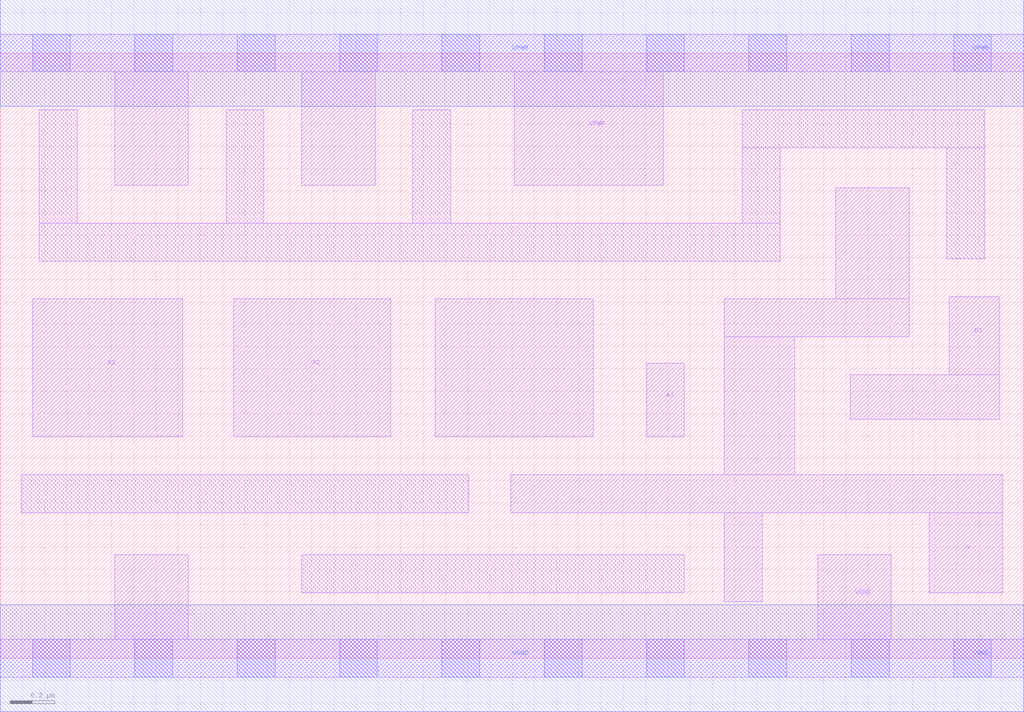
<source format=lef>
# Copyright 2020 The SkyWater PDK Authors
#
# Licensed under the Apache License, Version 2.0 (the "License");
# you may not use this file except in compliance with the License.
# You may obtain a copy of the License at
#
#     https://www.apache.org/licenses/LICENSE-2.0
#
# Unless required by applicable law or agreed to in writing, software
# distributed under the License is distributed on an "AS IS" BASIS,
# WITHOUT WARRANTIES OR CONDITIONS OF ANY KIND, either express or implied.
# See the License for the specific language governing permissions and
# limitations under the License.
#
# SPDX-License-Identifier: Apache-2.0

VERSION 5.7 ;
  NAMESCASESENSITIVE ON ;
  NOWIREEXTENSIONATPIN ON ;
  DIVIDERCHAR "/" ;
  BUSBITCHARS "[]" ;
UNITS
  DATABASE MICRONS 200 ;
END UNITS
MACRO sky130_fd_sc_hd__a31oi_2
  CLASS CORE ;
  SOURCE USER ;
  FOREIGN sky130_fd_sc_hd__a31oi_2 ;
  ORIGIN  0.000000  0.000000 ;
  SIZE  4.600000 BY  2.720000 ;
  SYMMETRY X Y R90 ;
  SITE unithd ;
  PIN A1
    ANTENNAGATEAREA  0.495000 ;
    DIRECTION INPUT ;
    USE SIGNAL ;
    PORT
      LAYER li1 ;
        RECT 1.955000 0.995000 2.665000 1.615000 ;
        RECT 2.905000 0.995000 3.075000 1.325000 ;
    END
  END A1
  PIN A2
    ANTENNAGATEAREA  0.495000 ;
    DIRECTION INPUT ;
    USE SIGNAL ;
    PORT
      LAYER li1 ;
        RECT 1.050000 0.995000 1.755000 1.615000 ;
    END
  END A2
  PIN A3
    ANTENNAGATEAREA  0.495000 ;
    DIRECTION INPUT ;
    USE SIGNAL ;
    PORT
      LAYER li1 ;
        RECT 0.145000 0.995000 0.820000 1.615000 ;
    END
  END A3
  PIN B1
    ANTENNAGATEAREA  0.495000 ;
    DIRECTION INPUT ;
    USE SIGNAL ;
    PORT
      LAYER li1 ;
        RECT 3.820000 1.075000 4.490000 1.275000 ;
        RECT 4.265000 1.275000 4.490000 1.625000 ;
    END
  END B1
  PIN Y
    ANTENNADIFFAREA  0.922000 ;
    DIRECTION OUTPUT ;
    USE SIGNAL ;
    PORT
      LAYER li1 ;
        RECT 2.295000 0.655000 4.505000 0.825000 ;
        RECT 3.255000 0.255000 3.425000 0.655000 ;
        RECT 3.255000 0.825000 3.570000 1.445000 ;
        RECT 3.255000 1.445000 4.085000 1.615000 ;
        RECT 3.755000 1.615000 4.085000 2.115000 ;
        RECT 4.175000 0.295000 4.505000 0.655000 ;
    END
  END Y
  PIN VGND
    DIRECTION INOUT ;
    SHAPE ABUTMENT ;
    USE GROUND ;
    PORT
      LAYER li1 ;
        RECT 0.000000 -0.085000 4.600000 0.085000 ;
        RECT 0.515000  0.085000 0.845000 0.465000 ;
        RECT 3.675000  0.085000 4.005000 0.465000 ;
      LAYER mcon ;
        RECT 0.145000 -0.085000 0.315000 0.085000 ;
        RECT 0.605000 -0.085000 0.775000 0.085000 ;
        RECT 1.065000 -0.085000 1.235000 0.085000 ;
        RECT 1.525000 -0.085000 1.695000 0.085000 ;
        RECT 1.985000 -0.085000 2.155000 0.085000 ;
        RECT 2.445000 -0.085000 2.615000 0.085000 ;
        RECT 2.905000 -0.085000 3.075000 0.085000 ;
        RECT 3.365000 -0.085000 3.535000 0.085000 ;
        RECT 3.825000 -0.085000 3.995000 0.085000 ;
        RECT 4.285000 -0.085000 4.455000 0.085000 ;
      LAYER met1 ;
        RECT 0.000000 -0.240000 4.600000 0.240000 ;
    END
  END VGND
  PIN VPWR
    DIRECTION INOUT ;
    SHAPE ABUTMENT ;
    USE POWER ;
    PORT
      LAYER li1 ;
        RECT 0.000000 2.635000 4.600000 2.805000 ;
        RECT 0.515000 2.125000 0.845000 2.635000 ;
        RECT 1.355000 2.125000 1.685000 2.635000 ;
        RECT 2.310000 2.125000 2.980000 2.635000 ;
      LAYER mcon ;
        RECT 0.145000 2.635000 0.315000 2.805000 ;
        RECT 0.605000 2.635000 0.775000 2.805000 ;
        RECT 1.065000 2.635000 1.235000 2.805000 ;
        RECT 1.525000 2.635000 1.695000 2.805000 ;
        RECT 1.985000 2.635000 2.155000 2.805000 ;
        RECT 2.445000 2.635000 2.615000 2.805000 ;
        RECT 2.905000 2.635000 3.075000 2.805000 ;
        RECT 3.365000 2.635000 3.535000 2.805000 ;
        RECT 3.825000 2.635000 3.995000 2.805000 ;
        RECT 4.285000 2.635000 4.455000 2.805000 ;
      LAYER met1 ;
        RECT 0.000000 2.480000 4.600000 2.960000 ;
    END
  END VPWR
  OBS
    LAYER li1 ;
      RECT 0.095000 0.655000 2.105000 0.825000 ;
      RECT 0.175000 1.785000 3.505000 1.955000 ;
      RECT 0.175000 1.955000 0.345000 2.465000 ;
      RECT 1.015000 1.955000 1.185000 2.465000 ;
      RECT 1.355000 0.295000 3.075000 0.465000 ;
      RECT 1.855000 1.955000 2.025000 2.465000 ;
      RECT 3.335000 1.955000 3.505000 2.295000 ;
      RECT 3.335000 2.295000 4.425000 2.465000 ;
      RECT 4.255000 1.795000 4.425000 2.295000 ;
  END
END sky130_fd_sc_hd__a31oi_2

</source>
